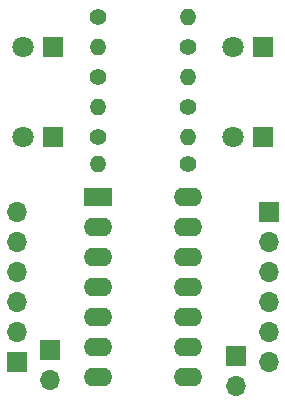
<source format=gbr>
%TF.GenerationSoftware,KiCad,Pcbnew,8.0.4*%
%TF.CreationDate,2024-09-17T13:39:00-04:00*%
%TF.ProjectId,FTDI_Monitor,46544449-5f4d-46f6-9e69-746f722e6b69,2*%
%TF.SameCoordinates,Original*%
%TF.FileFunction,Soldermask,Top*%
%TF.FilePolarity,Negative*%
%FSLAX46Y46*%
G04 Gerber Fmt 4.6, Leading zero omitted, Abs format (unit mm)*
G04 Created by KiCad (PCBNEW 8.0.4) date 2024-09-17 13:39:00*
%MOMM*%
%LPD*%
G01*
G04 APERTURE LIST*
%ADD10R,1.700000X1.700000*%
%ADD11O,1.700000X1.700000*%
%ADD12R,1.800000X1.800000*%
%ADD13C,1.800000*%
%ADD14C,1.400000*%
%ADD15O,1.400000X1.400000*%
%ADD16R,2.400000X1.600000*%
%ADD17O,2.400000X1.600000*%
G04 APERTURE END LIST*
D10*
%TO.C,J3*%
X84074000Y-54102000D03*
D11*
X84074000Y-56642000D03*
%TD*%
D12*
%TO.C,D4*%
X86360000Y-35560000D03*
D13*
X83820000Y-35560000D03*
%TD*%
D10*
%TO.C,J4*%
X68326000Y-53589000D03*
D11*
X68326000Y-56129000D03*
%TD*%
D12*
%TO.C,D2*%
X86360000Y-27940000D03*
D13*
X83820000Y-27940000D03*
%TD*%
D12*
%TO.C,D3*%
X68580000Y-35560000D03*
D13*
X66040000Y-35560000D03*
%TD*%
D10*
%TO.C,J1*%
X86868000Y-41910000D03*
D11*
X86868000Y-44450000D03*
X86868000Y-46990000D03*
X86868000Y-49530000D03*
X86868000Y-52070000D03*
X86868000Y-54610000D03*
%TD*%
D14*
%TO.C,R2*%
X80010000Y-27940000D03*
D15*
X72390000Y-27940000D03*
%TD*%
D14*
%TO.C,R1*%
X72390000Y-25400000D03*
D15*
X80010000Y-25400000D03*
%TD*%
D14*
%TO.C,R4*%
X80010000Y-33020000D03*
D15*
X72390000Y-33020000D03*
%TD*%
D12*
%TO.C,D1*%
X68580000Y-27940000D03*
D13*
X66040000Y-27940000D03*
%TD*%
D14*
%TO.C,R5*%
X72390000Y-35560000D03*
D15*
X80010000Y-35560000D03*
%TD*%
D14*
%TO.C,R3*%
X72390000Y-30480000D03*
D15*
X80010000Y-30480000D03*
%TD*%
D16*
%TO.C,U1*%
X72375000Y-40635000D03*
D17*
X72375000Y-43175000D03*
X72375000Y-45715000D03*
X72375000Y-48255000D03*
X72375000Y-50795000D03*
X72375000Y-53335000D03*
X72375000Y-55875000D03*
X79995000Y-55875000D03*
X79995000Y-53335000D03*
X79995000Y-50795000D03*
X79995000Y-48255000D03*
X79995000Y-45715000D03*
X79995000Y-43175000D03*
X79995000Y-40635000D03*
%TD*%
D14*
%TO.C,R6*%
X80010000Y-37846000D03*
D15*
X72390000Y-37846000D03*
%TD*%
D10*
%TO.C,J2*%
X65532000Y-54610000D03*
D11*
X65532000Y-52070000D03*
X65532000Y-49530000D03*
X65532000Y-46990000D03*
X65532000Y-44450000D03*
X65532000Y-41910000D03*
%TD*%
M02*

</source>
